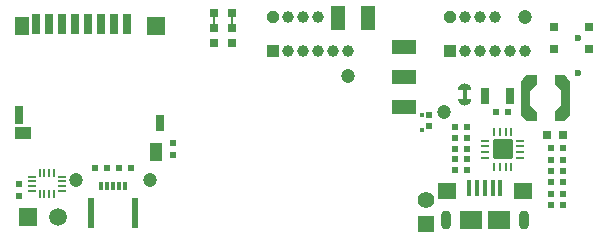
<source format=gbr>
%TF.GenerationSoftware,Altium Limited,Altium Designer,19.0.15 (446)*%
G04 Layer_Color=11065270*
%FSLAX26Y26*%
%MOIN*%
%TF.FileFunction,Soldermask,Bot*%
%TF.Part,Single*%
G01*
G75*
%TA.AperFunction,NonConductor*%
%ADD10C,0.008000*%
%TA.AperFunction,SMDPad,CuDef*%
%ADD12R,0.021654X0.023622*%
%ADD13R,0.023622X0.021654*%
%ADD22R,0.029528X0.031496*%
%ADD23R,0.023622X0.019685*%
%ADD24C,0.012008*%
%ADD25O,0.012008X0.062992*%
%ADD36C,0.047244*%
%ADD39R,0.019685X0.023622*%
%ADD52R,0.011811X0.031496*%
%TA.AperFunction,Conductor*%
%ADD54C,0.008000*%
%TA.AperFunction,ComponentPad*%
%ADD67C,0.039370*%
G04:AMPARAMS|DCode=68|XSize=39mil|YSize=39mil|CornerRadius=0mil|HoleSize=0mil|Usage=FLASHONLY|Rotation=0.000|XOffset=0mil|YOffset=0mil|HoleType=Round|Shape=Octagon|*
%AMOCTAGOND68*
4,1,8,0.019500,-0.009750,0.019500,0.009750,0.009750,0.019500,-0.009750,0.019500,-0.019500,0.009750,-0.019500,-0.009750,-0.009750,-0.019500,0.009750,-0.019500,0.019500,-0.009750,0.0*
%
%ADD68OCTAGOND68*%

%ADD69C,0.023622*%
%ADD70O,0.035433X0.062992*%
%TA.AperFunction,WasherPad*%
%ADD71C,0.015000*%
%TA.AperFunction,ComponentPad*%
%ADD72R,0.039000X0.039000*%
%ADD73C,0.059055*%
%ADD74R,0.059055X0.059055*%
%ADD75C,0.047244*%
%ADD76C,0.055118*%
%ADD77R,0.055118X0.055118*%
%TA.AperFunction,ViaPad*%
%ADD78C,0.024000*%
%TA.AperFunction,SMDPad,CuDef*%
%ADD83R,0.027559X0.068898*%
%ADD84R,0.059055X0.059055*%
%ADD85R,0.051181X0.059055*%
%ADD86R,0.031496X0.059055*%
%ADD87R,0.057087X0.039370*%
%ADD88R,0.031496X0.055118*%
%ADD89R,0.039370X0.061024*%
%ADD90R,0.023622X0.102362*%
%ADD92R,0.029528X0.057087*%
G04:AMPARAMS|DCode=93|XSize=66.929mil|YSize=66.929mil|CornerRadius=2.008mil|HoleSize=0mil|Usage=FLASHONLY|Rotation=180.000|XOffset=0mil|YOffset=0mil|HoleType=Round|Shape=RoundedRectangle|*
%AMROUNDEDRECTD93*
21,1,0.066929,0.062913,0,0,180.0*
21,1,0.062913,0.066929,0,0,180.0*
1,1,0.004016,-0.031457,0.031457*
1,1,0.004016,0.031457,0.031457*
1,1,0.004016,0.031457,-0.031457*
1,1,0.004016,-0.031457,-0.031457*
%
%ADD93ROUNDEDRECTD93*%
G04:AMPARAMS|DCode=94|XSize=9.842mil|YSize=27.559mil|CornerRadius=1.968mil|HoleSize=0mil|Usage=FLASHONLY|Rotation=180.000|XOffset=0mil|YOffset=0mil|HoleType=Round|Shape=RoundedRectangle|*
%AMROUNDEDRECTD94*
21,1,0.009842,0.023622,0,0,180.0*
21,1,0.005906,0.027559,0,0,180.0*
1,1,0.003937,-0.002953,0.011811*
1,1,0.003937,0.002953,0.011811*
1,1,0.003937,0.002953,-0.011811*
1,1,0.003937,-0.002953,-0.011811*
%
%ADD94ROUNDEDRECTD94*%
G04:AMPARAMS|DCode=95|XSize=9.842mil|YSize=27.559mil|CornerRadius=1.968mil|HoleSize=0mil|Usage=FLASHONLY|Rotation=90.000|XOffset=0mil|YOffset=0mil|HoleType=Round|Shape=RoundedRectangle|*
%AMROUNDEDRECTD95*
21,1,0.009842,0.023622,0,0,90.0*
21,1,0.005906,0.027559,0,0,90.0*
1,1,0.003937,0.011811,0.002953*
1,1,0.003937,0.011811,-0.002953*
1,1,0.003937,-0.011811,-0.002953*
1,1,0.003937,-0.011811,0.002953*
%
%ADD95ROUNDEDRECTD95*%
%ADD96R,0.027559X0.025591*%
%TA.AperFunction,ConnectorPad*%
%ADD97R,0.062992X0.055118*%
%ADD98R,0.074803X0.061024*%
%ADD99R,0.015748X0.053150*%
%TA.AperFunction,SMDPad,CuDef*%
%ADD100O,0.008661X0.029528*%
%ADD101O,0.029528X0.008661*%
%ADD102R,0.029528X0.027559*%
%ADD103R,0.029528X0.025591*%
%ADD104R,0.029528X0.025591*%
%ADD105R,0.082677X0.047244*%
%ADD106R,0.047244X0.082677*%
%ADD116R,0.027559X0.027559*%
G36*
X1535747Y448472D02*
X1531724Y442471D01*
X1527736Y438483D01*
X1523106Y436473D01*
X1515748Y434472D01*
X1509747Y436473D01*
X1505771Y438482D01*
X1499747Y442472D01*
X1495785Y448472D01*
Y456472D01*
X1535747D01*
Y448472D01*
D02*
G37*
G36*
X1527748Y503472D02*
X1533748Y499472D01*
X1537748Y491472D01*
X1535748Y484472D01*
X1495748D01*
X1493764Y489488D01*
X1497757Y497481D01*
X1503748Y503472D01*
X1511719Y505471D01*
X1517903Y505471D01*
X1523748Y505472D01*
X1527748Y503472D01*
D02*
G37*
G36*
X1755905Y504724D02*
X1733071Y481299D01*
Y436024D01*
X1755905Y412598D01*
Y382087D01*
X1720866D01*
X1702756Y403740D01*
Y513583D01*
X1720866Y535236D01*
X1755905D01*
Y504724D01*
D02*
G37*
G36*
X1868110Y513583D02*
Y403740D01*
X1850000Y382087D01*
X1814961D01*
Y412598D01*
X1837795Y436024D01*
Y481299D01*
X1814961Y504724D01*
Y535236D01*
X1850000D01*
X1868110Y513583D01*
D02*
G37*
D10*
X1496149Y452485D02*
G03*
X1535347Y452485I19599J3987D01*
G01*
Y488460D02*
G03*
X1496149Y488460I-19599J-3987D01*
G01*
D12*
X1397638Y403543D02*
D03*
Y364173D02*
D03*
X542110Y269315D02*
D03*
Y308685D02*
D03*
D13*
X1802756Y103543D02*
D03*
X1842126D02*
D03*
X1802756Y139370D02*
D03*
X1842126D02*
D03*
X1484252Y290354D02*
D03*
X1523622D02*
D03*
X1521653Y326772D02*
D03*
X1482283D02*
D03*
Y362442D02*
D03*
X1521653D02*
D03*
X1523622Y253937D02*
D03*
X1484252D02*
D03*
X1523622Y218110D02*
D03*
X1484252D02*
D03*
X1842126Y293559D02*
D03*
X1802756D02*
D03*
X1842126Y250842D02*
D03*
X1802756D02*
D03*
X1842126Y214842D02*
D03*
X1802756D02*
D03*
D22*
X1790354Y334488D02*
D03*
X1843504D02*
D03*
D23*
X1620866Y411417D02*
D03*
X1660236D02*
D03*
X1802756Y179842D02*
D03*
X1842126D02*
D03*
X363425Y225000D02*
D03*
X402795D02*
D03*
X283425D02*
D03*
X322795D02*
D03*
D24*
X1515748Y496063D02*
D03*
D25*
Y470472D02*
D03*
D36*
X1444882Y413524D02*
D03*
X465748Y186595D02*
D03*
X219095D02*
D03*
D39*
X29921Y172244D02*
D03*
Y132874D02*
D03*
D52*
X323409Y166984D02*
D03*
X343094D02*
D03*
X362779D02*
D03*
X382464D02*
D03*
X303724D02*
D03*
D54*
X679134Y692913D02*
Y742913D01*
X740157Y692913D02*
Y742913D01*
D67*
X1616535Y729921D02*
D03*
X1566535D02*
D03*
X1516535D02*
D03*
X925984D02*
D03*
X975984D02*
D03*
X1025984D02*
D03*
X925984Y614173D02*
D03*
X975984D02*
D03*
X1025984D02*
D03*
X1075984D02*
D03*
X1125984D02*
D03*
X1716535D02*
D03*
X1666535D02*
D03*
X1616535D02*
D03*
X1566535D02*
D03*
X1516535D02*
D03*
D68*
X1466535Y729921D02*
D03*
X875984D02*
D03*
D69*
X1893701Y659449D02*
D03*
Y541338D02*
D03*
D70*
X1712599Y53740D02*
D03*
X1452756D02*
D03*
D71*
X1373740Y403150D02*
D03*
X1373731Y351969D02*
D03*
D72*
X875984Y614173D02*
D03*
X1466535D02*
D03*
D73*
X158268Y62381D02*
D03*
D74*
X58268D02*
D03*
D75*
X1126378Y530707D02*
D03*
X1716142Y729921D02*
D03*
D76*
X1386614Y118110D02*
D03*
D77*
Y38583D02*
D03*
D78*
X1661417Y307087D02*
D03*
Y267717D02*
D03*
X1622047Y307087D02*
D03*
Y267716D02*
D03*
D83*
X260827Y705118D02*
D03*
X217519D02*
D03*
X174213D02*
D03*
X130905D02*
D03*
X87599D02*
D03*
X304134D02*
D03*
X347440D02*
D03*
X390748D02*
D03*
D84*
X487205Y700197D02*
D03*
D85*
X40354D02*
D03*
D86*
X30512Y400984D02*
D03*
D87*
X43307Y341929D02*
D03*
D88*
X500984Y375394D02*
D03*
D89*
X485236Y279921D02*
D03*
D90*
X268291Y76433D02*
D03*
X417898D02*
D03*
D92*
X1666732Y464173D02*
D03*
X1582087D02*
D03*
D93*
X1641733Y287401D02*
D03*
D94*
X1671261Y344488D02*
D03*
X1651575D02*
D03*
X1631891D02*
D03*
X1612205D02*
D03*
Y230315D02*
D03*
X1631891D02*
D03*
X1651575D02*
D03*
X1671261D02*
D03*
D95*
X1584646Y316929D02*
D03*
Y297245D02*
D03*
Y277559D02*
D03*
Y257875D02*
D03*
X1698819D02*
D03*
Y277559D02*
D03*
Y297245D02*
D03*
Y316929D02*
D03*
D96*
X1812795Y696457D02*
D03*
X1928937D02*
D03*
Y621654D02*
D03*
X1812795D02*
D03*
D97*
X1708661Y150196D02*
D03*
X1456693D02*
D03*
D98*
X1535433Y53740D02*
D03*
X1629922D02*
D03*
D99*
X1531496Y159055D02*
D03*
X1557087D02*
D03*
X1633858D02*
D03*
X1608268D02*
D03*
X1582677D02*
D03*
D100*
X98425Y207677D02*
D03*
X114173D02*
D03*
X129921D02*
D03*
X145669D02*
D03*
Y138779D02*
D03*
X129921D02*
D03*
X114173D02*
D03*
X98425D02*
D03*
D101*
X172244Y196850D02*
D03*
Y181102D02*
D03*
Y165354D02*
D03*
Y149606D02*
D03*
X71850D02*
D03*
Y165354D02*
D03*
Y181102D02*
D03*
Y196850D02*
D03*
D102*
X679134Y692913D02*
D03*
X740157D02*
D03*
D103*
X679134Y642913D02*
D03*
X740157D02*
D03*
D104*
X679134Y742913D02*
D03*
X740157D02*
D03*
D105*
X1312992Y629921D02*
D03*
Y429921D02*
D03*
Y529921D02*
D03*
D106*
X1092520Y726378D02*
D03*
X1192323D02*
D03*
D116*
X1852362Y458662D02*
D03*
X1718505D02*
D03*
%TF.MD5,f784d005347f445dce5ad087a824608d*%
M02*

</source>
